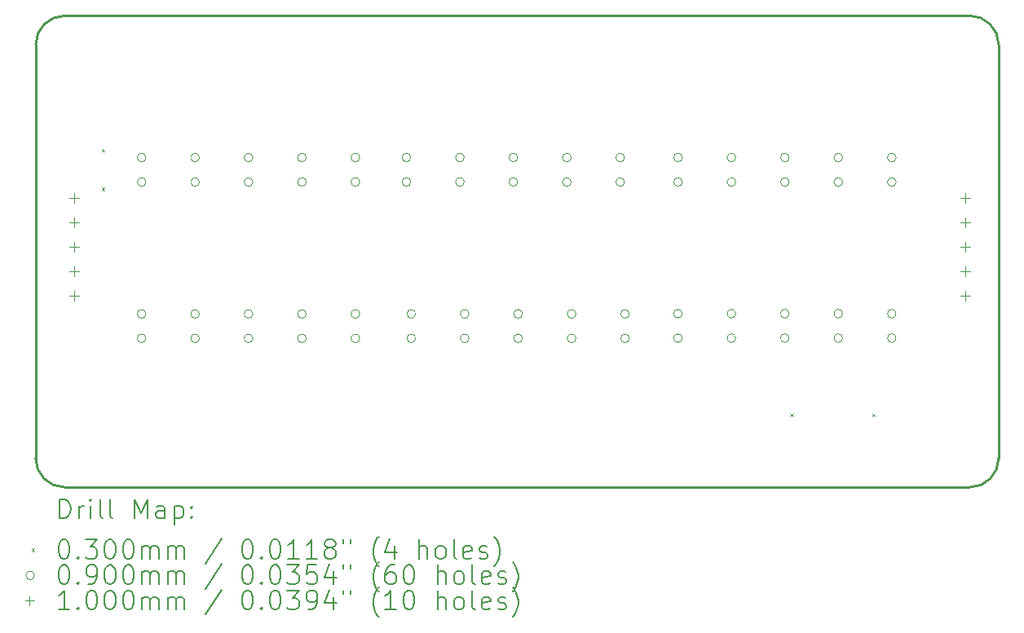
<source format=gbr>
%TF.GenerationSoftware,KiCad,Pcbnew,8.0.4*%
%TF.CreationDate,2024-08-11T22:46:47+02:00*%
%TF.ProjectId,global_vu,676c6f62-616c-45f7-9675-2e6b69636164,rev?*%
%TF.SameCoordinates,PX7b80360PY5a1f4a0*%
%TF.FileFunction,Drillmap*%
%TF.FilePolarity,Positive*%
%FSLAX45Y45*%
G04 Gerber Fmt 4.5, Leading zero omitted, Abs format (unit mm)*
G04 Created by KiCad (PCBNEW 8.0.4) date 2024-08-11 22:46:47*
%MOMM*%
%LPD*%
G01*
G04 APERTURE LIST*
%ADD10C,0.250000*%
%ADD11C,0.200000*%
%ADD12C,0.100000*%
G04 APERTURE END LIST*
D10*
X-10000000Y4600000D02*
G75*
G02*
X-9700000Y4900000I300000J0D01*
G01*
X0Y4600000D02*
X0Y300000D01*
X-9700000Y4900000D02*
X-300000Y4900000D01*
X-10000000Y300000D02*
X-10000000Y4600000D01*
X0Y300000D02*
G75*
G02*
X-300000Y0I-300000J0D01*
G01*
X-300000Y4900000D02*
G75*
G02*
X0Y4600000I0J-300000D01*
G01*
X-300000Y0D02*
X-9700000Y0D01*
X-9700000Y0D02*
G75*
G02*
X-10000000Y300000I0J300000D01*
G01*
D11*
D12*
X-9315000Y3515000D02*
X-9285000Y3485000D01*
X-9285000Y3515000D02*
X-9315000Y3485000D01*
X-9315000Y3115000D02*
X-9285000Y3085000D01*
X-9285000Y3115000D02*
X-9315000Y3085000D01*
X-2165000Y765000D02*
X-2135000Y735000D01*
X-2135000Y765000D02*
X-2165000Y735000D01*
X-1315000Y765000D02*
X-1285000Y735000D01*
X-1285000Y765000D02*
X-1315000Y735000D01*
X-8855000Y3426500D02*
G75*
G02*
X-8945000Y3426500I-45000J0D01*
G01*
X-8945000Y3426500D02*
G75*
G02*
X-8855000Y3426500I45000J0D01*
G01*
X-8855000Y3172500D02*
G75*
G02*
X-8945000Y3172500I-45000J0D01*
G01*
X-8945000Y3172500D02*
G75*
G02*
X-8855000Y3172500I45000J0D01*
G01*
X-8855000Y1801500D02*
G75*
G02*
X-8945000Y1801500I-45000J0D01*
G01*
X-8945000Y1801500D02*
G75*
G02*
X-8855000Y1801500I45000J0D01*
G01*
X-8855000Y1547500D02*
G75*
G02*
X-8945000Y1547500I-45000J0D01*
G01*
X-8945000Y1547500D02*
G75*
G02*
X-8855000Y1547500I45000J0D01*
G01*
X-8300000Y3426500D02*
G75*
G02*
X-8390000Y3426500I-45000J0D01*
G01*
X-8390000Y3426500D02*
G75*
G02*
X-8300000Y3426500I45000J0D01*
G01*
X-8300000Y3172500D02*
G75*
G02*
X-8390000Y3172500I-45000J0D01*
G01*
X-8390000Y3172500D02*
G75*
G02*
X-8300000Y3172500I45000J0D01*
G01*
X-8300000Y1801500D02*
G75*
G02*
X-8390000Y1801500I-45000J0D01*
G01*
X-8390000Y1801500D02*
G75*
G02*
X-8300000Y1801500I45000J0D01*
G01*
X-8300000Y1547500D02*
G75*
G02*
X-8390000Y1547500I-45000J0D01*
G01*
X-8390000Y1547500D02*
G75*
G02*
X-8300000Y1547500I45000J0D01*
G01*
X-7745000Y3426500D02*
G75*
G02*
X-7835000Y3426500I-45000J0D01*
G01*
X-7835000Y3426500D02*
G75*
G02*
X-7745000Y3426500I45000J0D01*
G01*
X-7745000Y3172500D02*
G75*
G02*
X-7835000Y3172500I-45000J0D01*
G01*
X-7835000Y3172500D02*
G75*
G02*
X-7745000Y3172500I45000J0D01*
G01*
X-7745000Y1801500D02*
G75*
G02*
X-7835000Y1801500I-45000J0D01*
G01*
X-7835000Y1801500D02*
G75*
G02*
X-7745000Y1801500I45000J0D01*
G01*
X-7745000Y1547500D02*
G75*
G02*
X-7835000Y1547500I-45000J0D01*
G01*
X-7835000Y1547500D02*
G75*
G02*
X-7745000Y1547500I45000J0D01*
G01*
X-7190000Y3426500D02*
G75*
G02*
X-7280000Y3426500I-45000J0D01*
G01*
X-7280000Y3426500D02*
G75*
G02*
X-7190000Y3426500I45000J0D01*
G01*
X-7190000Y3172500D02*
G75*
G02*
X-7280000Y3172500I-45000J0D01*
G01*
X-7280000Y3172500D02*
G75*
G02*
X-7190000Y3172500I45000J0D01*
G01*
X-7190000Y1801500D02*
G75*
G02*
X-7280000Y1801500I-45000J0D01*
G01*
X-7280000Y1801500D02*
G75*
G02*
X-7190000Y1801500I45000J0D01*
G01*
X-7190000Y1547500D02*
G75*
G02*
X-7280000Y1547500I-45000J0D01*
G01*
X-7280000Y1547500D02*
G75*
G02*
X-7190000Y1547500I45000J0D01*
G01*
X-6635000Y3426500D02*
G75*
G02*
X-6725000Y3426500I-45000J0D01*
G01*
X-6725000Y3426500D02*
G75*
G02*
X-6635000Y3426500I45000J0D01*
G01*
X-6635000Y3172500D02*
G75*
G02*
X-6725000Y3172500I-45000J0D01*
G01*
X-6725000Y3172500D02*
G75*
G02*
X-6635000Y3172500I45000J0D01*
G01*
X-6635000Y1801500D02*
G75*
G02*
X-6725000Y1801500I-45000J0D01*
G01*
X-6725000Y1801500D02*
G75*
G02*
X-6635000Y1801500I45000J0D01*
G01*
X-6635000Y1547500D02*
G75*
G02*
X-6725000Y1547500I-45000J0D01*
G01*
X-6725000Y1547500D02*
G75*
G02*
X-6635000Y1547500I45000J0D01*
G01*
X-6105000Y3426500D02*
G75*
G02*
X-6195000Y3426500I-45000J0D01*
G01*
X-6195000Y3426500D02*
G75*
G02*
X-6105000Y3426500I45000J0D01*
G01*
X-6105000Y3172500D02*
G75*
G02*
X-6195000Y3172500I-45000J0D01*
G01*
X-6195000Y3172500D02*
G75*
G02*
X-6105000Y3172500I45000J0D01*
G01*
X-6055000Y1801500D02*
G75*
G02*
X-6145000Y1801500I-45000J0D01*
G01*
X-6145000Y1801500D02*
G75*
G02*
X-6055000Y1801500I45000J0D01*
G01*
X-6055000Y1547500D02*
G75*
G02*
X-6145000Y1547500I-45000J0D01*
G01*
X-6145000Y1547500D02*
G75*
G02*
X-6055000Y1547500I45000J0D01*
G01*
X-5550000Y3426500D02*
G75*
G02*
X-5640000Y3426500I-45000J0D01*
G01*
X-5640000Y3426500D02*
G75*
G02*
X-5550000Y3426500I45000J0D01*
G01*
X-5550000Y3172500D02*
G75*
G02*
X-5640000Y3172500I-45000J0D01*
G01*
X-5640000Y3172500D02*
G75*
G02*
X-5550000Y3172500I45000J0D01*
G01*
X-5500000Y1801500D02*
G75*
G02*
X-5590000Y1801500I-45000J0D01*
G01*
X-5590000Y1801500D02*
G75*
G02*
X-5500000Y1801500I45000J0D01*
G01*
X-5500000Y1547500D02*
G75*
G02*
X-5590000Y1547500I-45000J0D01*
G01*
X-5590000Y1547500D02*
G75*
G02*
X-5500000Y1547500I45000J0D01*
G01*
X-4995000Y3426500D02*
G75*
G02*
X-5085000Y3426500I-45000J0D01*
G01*
X-5085000Y3426500D02*
G75*
G02*
X-4995000Y3426500I45000J0D01*
G01*
X-4995000Y3172500D02*
G75*
G02*
X-5085000Y3172500I-45000J0D01*
G01*
X-5085000Y3172500D02*
G75*
G02*
X-4995000Y3172500I45000J0D01*
G01*
X-4945000Y1801500D02*
G75*
G02*
X-5035000Y1801500I-45000J0D01*
G01*
X-5035000Y1801500D02*
G75*
G02*
X-4945000Y1801500I45000J0D01*
G01*
X-4945000Y1547500D02*
G75*
G02*
X-5035000Y1547500I-45000J0D01*
G01*
X-5035000Y1547500D02*
G75*
G02*
X-4945000Y1547500I45000J0D01*
G01*
X-4440000Y3426500D02*
G75*
G02*
X-4530000Y3426500I-45000J0D01*
G01*
X-4530000Y3426500D02*
G75*
G02*
X-4440000Y3426500I45000J0D01*
G01*
X-4440000Y3172500D02*
G75*
G02*
X-4530000Y3172500I-45000J0D01*
G01*
X-4530000Y3172500D02*
G75*
G02*
X-4440000Y3172500I45000J0D01*
G01*
X-4390000Y1801500D02*
G75*
G02*
X-4480000Y1801500I-45000J0D01*
G01*
X-4480000Y1801500D02*
G75*
G02*
X-4390000Y1801500I45000J0D01*
G01*
X-4390000Y1547500D02*
G75*
G02*
X-4480000Y1547500I-45000J0D01*
G01*
X-4480000Y1547500D02*
G75*
G02*
X-4390000Y1547500I45000J0D01*
G01*
X-3885000Y3426500D02*
G75*
G02*
X-3975000Y3426500I-45000J0D01*
G01*
X-3975000Y3426500D02*
G75*
G02*
X-3885000Y3426500I45000J0D01*
G01*
X-3885000Y3172500D02*
G75*
G02*
X-3975000Y3172500I-45000J0D01*
G01*
X-3975000Y3172500D02*
G75*
G02*
X-3885000Y3172500I45000J0D01*
G01*
X-3835000Y1801500D02*
G75*
G02*
X-3925000Y1801500I-45000J0D01*
G01*
X-3925000Y1801500D02*
G75*
G02*
X-3835000Y1801500I45000J0D01*
G01*
X-3835000Y1547500D02*
G75*
G02*
X-3925000Y1547500I-45000J0D01*
G01*
X-3925000Y1547500D02*
G75*
G02*
X-3835000Y1547500I45000J0D01*
G01*
X-3285000Y3426500D02*
G75*
G02*
X-3375000Y3426500I-45000J0D01*
G01*
X-3375000Y3426500D02*
G75*
G02*
X-3285000Y3426500I45000J0D01*
G01*
X-3285000Y3172500D02*
G75*
G02*
X-3375000Y3172500I-45000J0D01*
G01*
X-3375000Y3172500D02*
G75*
G02*
X-3285000Y3172500I45000J0D01*
G01*
X-3285000Y1804000D02*
G75*
G02*
X-3375000Y1804000I-45000J0D01*
G01*
X-3375000Y1804000D02*
G75*
G02*
X-3285000Y1804000I45000J0D01*
G01*
X-3285000Y1550000D02*
G75*
G02*
X-3375000Y1550000I-45000J0D01*
G01*
X-3375000Y1550000D02*
G75*
G02*
X-3285000Y1550000I45000J0D01*
G01*
X-2730000Y3426500D02*
G75*
G02*
X-2820000Y3426500I-45000J0D01*
G01*
X-2820000Y3426500D02*
G75*
G02*
X-2730000Y3426500I45000J0D01*
G01*
X-2730000Y3172500D02*
G75*
G02*
X-2820000Y3172500I-45000J0D01*
G01*
X-2820000Y3172500D02*
G75*
G02*
X-2730000Y3172500I45000J0D01*
G01*
X-2730000Y1804000D02*
G75*
G02*
X-2820000Y1804000I-45000J0D01*
G01*
X-2820000Y1804000D02*
G75*
G02*
X-2730000Y1804000I45000J0D01*
G01*
X-2730000Y1550000D02*
G75*
G02*
X-2820000Y1550000I-45000J0D01*
G01*
X-2820000Y1550000D02*
G75*
G02*
X-2730000Y1550000I45000J0D01*
G01*
X-2175000Y3426500D02*
G75*
G02*
X-2265000Y3426500I-45000J0D01*
G01*
X-2265000Y3426500D02*
G75*
G02*
X-2175000Y3426500I45000J0D01*
G01*
X-2175000Y3172500D02*
G75*
G02*
X-2265000Y3172500I-45000J0D01*
G01*
X-2265000Y3172500D02*
G75*
G02*
X-2175000Y3172500I45000J0D01*
G01*
X-2175000Y1804000D02*
G75*
G02*
X-2265000Y1804000I-45000J0D01*
G01*
X-2265000Y1804000D02*
G75*
G02*
X-2175000Y1804000I45000J0D01*
G01*
X-2175000Y1550000D02*
G75*
G02*
X-2265000Y1550000I-45000J0D01*
G01*
X-2265000Y1550000D02*
G75*
G02*
X-2175000Y1550000I45000J0D01*
G01*
X-1620000Y3426500D02*
G75*
G02*
X-1710000Y3426500I-45000J0D01*
G01*
X-1710000Y3426500D02*
G75*
G02*
X-1620000Y3426500I45000J0D01*
G01*
X-1620000Y3172500D02*
G75*
G02*
X-1710000Y3172500I-45000J0D01*
G01*
X-1710000Y3172500D02*
G75*
G02*
X-1620000Y3172500I45000J0D01*
G01*
X-1620000Y1804000D02*
G75*
G02*
X-1710000Y1804000I-45000J0D01*
G01*
X-1710000Y1804000D02*
G75*
G02*
X-1620000Y1804000I45000J0D01*
G01*
X-1620000Y1550000D02*
G75*
G02*
X-1710000Y1550000I-45000J0D01*
G01*
X-1710000Y1550000D02*
G75*
G02*
X-1620000Y1550000I45000J0D01*
G01*
X-1065000Y3426500D02*
G75*
G02*
X-1155000Y3426500I-45000J0D01*
G01*
X-1155000Y3426500D02*
G75*
G02*
X-1065000Y3426500I45000J0D01*
G01*
X-1065000Y3172500D02*
G75*
G02*
X-1155000Y3172500I-45000J0D01*
G01*
X-1155000Y3172500D02*
G75*
G02*
X-1065000Y3172500I45000J0D01*
G01*
X-1065000Y1804000D02*
G75*
G02*
X-1155000Y1804000I-45000J0D01*
G01*
X-1155000Y1804000D02*
G75*
G02*
X-1065000Y1804000I45000J0D01*
G01*
X-1065000Y1550000D02*
G75*
G02*
X-1155000Y1550000I-45000J0D01*
G01*
X-1155000Y1550000D02*
G75*
G02*
X-1065000Y1550000I45000J0D01*
G01*
X-9597500Y3055000D02*
X-9597500Y2955000D01*
X-9647500Y3005000D02*
X-9547500Y3005000D01*
X-9597500Y2801000D02*
X-9597500Y2701000D01*
X-9647500Y2751000D02*
X-9547500Y2751000D01*
X-9597500Y2547000D02*
X-9597500Y2447000D01*
X-9647500Y2497000D02*
X-9547500Y2497000D01*
X-9597500Y2293000D02*
X-9597500Y2193000D01*
X-9647500Y2243000D02*
X-9547500Y2243000D01*
X-9597500Y2039000D02*
X-9597500Y1939000D01*
X-9647500Y1989000D02*
X-9547500Y1989000D01*
X-347500Y3055000D02*
X-347500Y2955000D01*
X-397500Y3005000D02*
X-297500Y3005000D01*
X-347500Y2801000D02*
X-347500Y2701000D01*
X-397500Y2751000D02*
X-297500Y2751000D01*
X-347500Y2547000D02*
X-347500Y2447000D01*
X-397500Y2497000D02*
X-297500Y2497000D01*
X-347500Y2293000D02*
X-347500Y2193000D01*
X-397500Y2243000D02*
X-297500Y2243000D01*
X-347500Y2039000D02*
X-347500Y1939000D01*
X-397500Y1989000D02*
X-297500Y1989000D01*
D11*
X-9751723Y-323984D02*
X-9751723Y-123984D01*
X-9751723Y-123984D02*
X-9704104Y-123984D01*
X-9704104Y-123984D02*
X-9675533Y-133508D01*
X-9675533Y-133508D02*
X-9656485Y-152555D01*
X-9656485Y-152555D02*
X-9646961Y-171603D01*
X-9646961Y-171603D02*
X-9637438Y-209698D01*
X-9637438Y-209698D02*
X-9637438Y-238270D01*
X-9637438Y-238270D02*
X-9646961Y-276365D01*
X-9646961Y-276365D02*
X-9656485Y-295412D01*
X-9656485Y-295412D02*
X-9675533Y-314460D01*
X-9675533Y-314460D02*
X-9704104Y-323984D01*
X-9704104Y-323984D02*
X-9751723Y-323984D01*
X-9551723Y-323984D02*
X-9551723Y-190650D01*
X-9551723Y-228746D02*
X-9542199Y-209698D01*
X-9542199Y-209698D02*
X-9532676Y-200174D01*
X-9532676Y-200174D02*
X-9513628Y-190650D01*
X-9513628Y-190650D02*
X-9494580Y-190650D01*
X-9427914Y-323984D02*
X-9427914Y-190650D01*
X-9427914Y-123984D02*
X-9437438Y-133508D01*
X-9437438Y-133508D02*
X-9427914Y-143032D01*
X-9427914Y-143032D02*
X-9418390Y-133508D01*
X-9418390Y-133508D02*
X-9427914Y-123984D01*
X-9427914Y-123984D02*
X-9427914Y-143032D01*
X-9304104Y-323984D02*
X-9323152Y-314460D01*
X-9323152Y-314460D02*
X-9332676Y-295412D01*
X-9332676Y-295412D02*
X-9332676Y-123984D01*
X-9199342Y-323984D02*
X-9218390Y-314460D01*
X-9218390Y-314460D02*
X-9227914Y-295412D01*
X-9227914Y-295412D02*
X-9227914Y-123984D01*
X-8970771Y-323984D02*
X-8970771Y-123984D01*
X-8970771Y-123984D02*
X-8904104Y-266841D01*
X-8904104Y-266841D02*
X-8837438Y-123984D01*
X-8837438Y-123984D02*
X-8837438Y-323984D01*
X-8656485Y-323984D02*
X-8656485Y-219222D01*
X-8656485Y-219222D02*
X-8666009Y-200174D01*
X-8666009Y-200174D02*
X-8685057Y-190650D01*
X-8685057Y-190650D02*
X-8723152Y-190650D01*
X-8723152Y-190650D02*
X-8742199Y-200174D01*
X-8656485Y-314460D02*
X-8675533Y-323984D01*
X-8675533Y-323984D02*
X-8723152Y-323984D01*
X-8723152Y-323984D02*
X-8742199Y-314460D01*
X-8742199Y-314460D02*
X-8751723Y-295412D01*
X-8751723Y-295412D02*
X-8751723Y-276365D01*
X-8751723Y-276365D02*
X-8742199Y-257317D01*
X-8742199Y-257317D02*
X-8723152Y-247793D01*
X-8723152Y-247793D02*
X-8675533Y-247793D01*
X-8675533Y-247793D02*
X-8656485Y-238270D01*
X-8561247Y-190650D02*
X-8561247Y-390650D01*
X-8561247Y-200174D02*
X-8542199Y-190650D01*
X-8542199Y-190650D02*
X-8504104Y-190650D01*
X-8504104Y-190650D02*
X-8485057Y-200174D01*
X-8485057Y-200174D02*
X-8475533Y-209698D01*
X-8475533Y-209698D02*
X-8466009Y-228746D01*
X-8466009Y-228746D02*
X-8466009Y-285889D01*
X-8466009Y-285889D02*
X-8475533Y-304936D01*
X-8475533Y-304936D02*
X-8485057Y-314460D01*
X-8485057Y-314460D02*
X-8504104Y-323984D01*
X-8504104Y-323984D02*
X-8542199Y-323984D01*
X-8542199Y-323984D02*
X-8561247Y-314460D01*
X-8380295Y-304936D02*
X-8370771Y-314460D01*
X-8370771Y-314460D02*
X-8380295Y-323984D01*
X-8380295Y-323984D02*
X-8389818Y-314460D01*
X-8389818Y-314460D02*
X-8380295Y-304936D01*
X-8380295Y-304936D02*
X-8380295Y-323984D01*
X-8380295Y-200174D02*
X-8370771Y-209698D01*
X-8370771Y-209698D02*
X-8380295Y-219222D01*
X-8380295Y-219222D02*
X-8389818Y-209698D01*
X-8389818Y-209698D02*
X-8380295Y-200174D01*
X-8380295Y-200174D02*
X-8380295Y-219222D01*
D12*
X-10042500Y-637500D02*
X-10012500Y-667500D01*
X-10012500Y-637500D02*
X-10042500Y-667500D01*
D11*
X-9713628Y-543984D02*
X-9694580Y-543984D01*
X-9694580Y-543984D02*
X-9675533Y-553508D01*
X-9675533Y-553508D02*
X-9666009Y-563032D01*
X-9666009Y-563032D02*
X-9656485Y-582079D01*
X-9656485Y-582079D02*
X-9646961Y-620174D01*
X-9646961Y-620174D02*
X-9646961Y-667793D01*
X-9646961Y-667793D02*
X-9656485Y-705889D01*
X-9656485Y-705889D02*
X-9666009Y-724936D01*
X-9666009Y-724936D02*
X-9675533Y-734460D01*
X-9675533Y-734460D02*
X-9694580Y-743984D01*
X-9694580Y-743984D02*
X-9713628Y-743984D01*
X-9713628Y-743984D02*
X-9732676Y-734460D01*
X-9732676Y-734460D02*
X-9742199Y-724936D01*
X-9742199Y-724936D02*
X-9751723Y-705889D01*
X-9751723Y-705889D02*
X-9761247Y-667793D01*
X-9761247Y-667793D02*
X-9761247Y-620174D01*
X-9761247Y-620174D02*
X-9751723Y-582079D01*
X-9751723Y-582079D02*
X-9742199Y-563032D01*
X-9742199Y-563032D02*
X-9732676Y-553508D01*
X-9732676Y-553508D02*
X-9713628Y-543984D01*
X-9561247Y-724936D02*
X-9551723Y-734460D01*
X-9551723Y-734460D02*
X-9561247Y-743984D01*
X-9561247Y-743984D02*
X-9570771Y-734460D01*
X-9570771Y-734460D02*
X-9561247Y-724936D01*
X-9561247Y-724936D02*
X-9561247Y-743984D01*
X-9485057Y-543984D02*
X-9361247Y-543984D01*
X-9361247Y-543984D02*
X-9427914Y-620174D01*
X-9427914Y-620174D02*
X-9399342Y-620174D01*
X-9399342Y-620174D02*
X-9380295Y-629698D01*
X-9380295Y-629698D02*
X-9370771Y-639222D01*
X-9370771Y-639222D02*
X-9361247Y-658270D01*
X-9361247Y-658270D02*
X-9361247Y-705889D01*
X-9361247Y-705889D02*
X-9370771Y-724936D01*
X-9370771Y-724936D02*
X-9380295Y-734460D01*
X-9380295Y-734460D02*
X-9399342Y-743984D01*
X-9399342Y-743984D02*
X-9456485Y-743984D01*
X-9456485Y-743984D02*
X-9475533Y-734460D01*
X-9475533Y-734460D02*
X-9485057Y-724936D01*
X-9237438Y-543984D02*
X-9218390Y-543984D01*
X-9218390Y-543984D02*
X-9199342Y-553508D01*
X-9199342Y-553508D02*
X-9189818Y-563032D01*
X-9189818Y-563032D02*
X-9180295Y-582079D01*
X-9180295Y-582079D02*
X-9170771Y-620174D01*
X-9170771Y-620174D02*
X-9170771Y-667793D01*
X-9170771Y-667793D02*
X-9180295Y-705889D01*
X-9180295Y-705889D02*
X-9189818Y-724936D01*
X-9189818Y-724936D02*
X-9199342Y-734460D01*
X-9199342Y-734460D02*
X-9218390Y-743984D01*
X-9218390Y-743984D02*
X-9237438Y-743984D01*
X-9237438Y-743984D02*
X-9256485Y-734460D01*
X-9256485Y-734460D02*
X-9266009Y-724936D01*
X-9266009Y-724936D02*
X-9275533Y-705889D01*
X-9275533Y-705889D02*
X-9285057Y-667793D01*
X-9285057Y-667793D02*
X-9285057Y-620174D01*
X-9285057Y-620174D02*
X-9275533Y-582079D01*
X-9275533Y-582079D02*
X-9266009Y-563032D01*
X-9266009Y-563032D02*
X-9256485Y-553508D01*
X-9256485Y-553508D02*
X-9237438Y-543984D01*
X-9046961Y-543984D02*
X-9027914Y-543984D01*
X-9027914Y-543984D02*
X-9008866Y-553508D01*
X-9008866Y-553508D02*
X-8999342Y-563032D01*
X-8999342Y-563032D02*
X-8989818Y-582079D01*
X-8989818Y-582079D02*
X-8980295Y-620174D01*
X-8980295Y-620174D02*
X-8980295Y-667793D01*
X-8980295Y-667793D02*
X-8989818Y-705889D01*
X-8989818Y-705889D02*
X-8999342Y-724936D01*
X-8999342Y-724936D02*
X-9008866Y-734460D01*
X-9008866Y-734460D02*
X-9027914Y-743984D01*
X-9027914Y-743984D02*
X-9046961Y-743984D01*
X-9046961Y-743984D02*
X-9066009Y-734460D01*
X-9066009Y-734460D02*
X-9075533Y-724936D01*
X-9075533Y-724936D02*
X-9085057Y-705889D01*
X-9085057Y-705889D02*
X-9094580Y-667793D01*
X-9094580Y-667793D02*
X-9094580Y-620174D01*
X-9094580Y-620174D02*
X-9085057Y-582079D01*
X-9085057Y-582079D02*
X-9075533Y-563032D01*
X-9075533Y-563032D02*
X-9066009Y-553508D01*
X-9066009Y-553508D02*
X-9046961Y-543984D01*
X-8894580Y-743984D02*
X-8894580Y-610651D01*
X-8894580Y-629698D02*
X-8885057Y-620174D01*
X-8885057Y-620174D02*
X-8866009Y-610651D01*
X-8866009Y-610651D02*
X-8837437Y-610651D01*
X-8837437Y-610651D02*
X-8818390Y-620174D01*
X-8818390Y-620174D02*
X-8808866Y-639222D01*
X-8808866Y-639222D02*
X-8808866Y-743984D01*
X-8808866Y-639222D02*
X-8799342Y-620174D01*
X-8799342Y-620174D02*
X-8780295Y-610651D01*
X-8780295Y-610651D02*
X-8751723Y-610651D01*
X-8751723Y-610651D02*
X-8732676Y-620174D01*
X-8732676Y-620174D02*
X-8723152Y-639222D01*
X-8723152Y-639222D02*
X-8723152Y-743984D01*
X-8627914Y-743984D02*
X-8627914Y-610651D01*
X-8627914Y-629698D02*
X-8618390Y-620174D01*
X-8618390Y-620174D02*
X-8599342Y-610651D01*
X-8599342Y-610651D02*
X-8570771Y-610651D01*
X-8570771Y-610651D02*
X-8551723Y-620174D01*
X-8551723Y-620174D02*
X-8542199Y-639222D01*
X-8542199Y-639222D02*
X-8542199Y-743984D01*
X-8542199Y-639222D02*
X-8532676Y-620174D01*
X-8532676Y-620174D02*
X-8513628Y-610651D01*
X-8513628Y-610651D02*
X-8485057Y-610651D01*
X-8485057Y-610651D02*
X-8466009Y-620174D01*
X-8466009Y-620174D02*
X-8456485Y-639222D01*
X-8456485Y-639222D02*
X-8456485Y-743984D01*
X-8066009Y-534460D02*
X-8237437Y-791603D01*
X-7808866Y-543984D02*
X-7789818Y-543984D01*
X-7789818Y-543984D02*
X-7770771Y-553508D01*
X-7770771Y-553508D02*
X-7761247Y-563032D01*
X-7761247Y-563032D02*
X-7751723Y-582079D01*
X-7751723Y-582079D02*
X-7742199Y-620174D01*
X-7742199Y-620174D02*
X-7742199Y-667793D01*
X-7742199Y-667793D02*
X-7751723Y-705889D01*
X-7751723Y-705889D02*
X-7761247Y-724936D01*
X-7761247Y-724936D02*
X-7770771Y-734460D01*
X-7770771Y-734460D02*
X-7789818Y-743984D01*
X-7789818Y-743984D02*
X-7808866Y-743984D01*
X-7808866Y-743984D02*
X-7827913Y-734460D01*
X-7827913Y-734460D02*
X-7837437Y-724936D01*
X-7837437Y-724936D02*
X-7846961Y-705889D01*
X-7846961Y-705889D02*
X-7856485Y-667793D01*
X-7856485Y-667793D02*
X-7856485Y-620174D01*
X-7856485Y-620174D02*
X-7846961Y-582079D01*
X-7846961Y-582079D02*
X-7837437Y-563032D01*
X-7837437Y-563032D02*
X-7827913Y-553508D01*
X-7827913Y-553508D02*
X-7808866Y-543984D01*
X-7656485Y-724936D02*
X-7646961Y-734460D01*
X-7646961Y-734460D02*
X-7656485Y-743984D01*
X-7656485Y-743984D02*
X-7666009Y-734460D01*
X-7666009Y-734460D02*
X-7656485Y-724936D01*
X-7656485Y-724936D02*
X-7656485Y-743984D01*
X-7523152Y-543984D02*
X-7504104Y-543984D01*
X-7504104Y-543984D02*
X-7485056Y-553508D01*
X-7485056Y-553508D02*
X-7475532Y-563032D01*
X-7475532Y-563032D02*
X-7466009Y-582079D01*
X-7466009Y-582079D02*
X-7456485Y-620174D01*
X-7456485Y-620174D02*
X-7456485Y-667793D01*
X-7456485Y-667793D02*
X-7466009Y-705889D01*
X-7466009Y-705889D02*
X-7475532Y-724936D01*
X-7475532Y-724936D02*
X-7485056Y-734460D01*
X-7485056Y-734460D02*
X-7504104Y-743984D01*
X-7504104Y-743984D02*
X-7523152Y-743984D01*
X-7523152Y-743984D02*
X-7542199Y-734460D01*
X-7542199Y-734460D02*
X-7551723Y-724936D01*
X-7551723Y-724936D02*
X-7561247Y-705889D01*
X-7561247Y-705889D02*
X-7570771Y-667793D01*
X-7570771Y-667793D02*
X-7570771Y-620174D01*
X-7570771Y-620174D02*
X-7561247Y-582079D01*
X-7561247Y-582079D02*
X-7551723Y-563032D01*
X-7551723Y-563032D02*
X-7542199Y-553508D01*
X-7542199Y-553508D02*
X-7523152Y-543984D01*
X-7266009Y-743984D02*
X-7380294Y-743984D01*
X-7323152Y-743984D02*
X-7323152Y-543984D01*
X-7323152Y-543984D02*
X-7342199Y-572555D01*
X-7342199Y-572555D02*
X-7361247Y-591603D01*
X-7361247Y-591603D02*
X-7380294Y-601127D01*
X-7075532Y-743984D02*
X-7189818Y-743984D01*
X-7132675Y-743984D02*
X-7132675Y-543984D01*
X-7132675Y-543984D02*
X-7151723Y-572555D01*
X-7151723Y-572555D02*
X-7170771Y-591603D01*
X-7170771Y-591603D02*
X-7189818Y-601127D01*
X-6961247Y-629698D02*
X-6980294Y-620174D01*
X-6980294Y-620174D02*
X-6989818Y-610651D01*
X-6989818Y-610651D02*
X-6999342Y-591603D01*
X-6999342Y-591603D02*
X-6999342Y-582079D01*
X-6999342Y-582079D02*
X-6989818Y-563032D01*
X-6989818Y-563032D02*
X-6980294Y-553508D01*
X-6980294Y-553508D02*
X-6961247Y-543984D01*
X-6961247Y-543984D02*
X-6923151Y-543984D01*
X-6923151Y-543984D02*
X-6904104Y-553508D01*
X-6904104Y-553508D02*
X-6894580Y-563032D01*
X-6894580Y-563032D02*
X-6885056Y-582079D01*
X-6885056Y-582079D02*
X-6885056Y-591603D01*
X-6885056Y-591603D02*
X-6894580Y-610651D01*
X-6894580Y-610651D02*
X-6904104Y-620174D01*
X-6904104Y-620174D02*
X-6923151Y-629698D01*
X-6923151Y-629698D02*
X-6961247Y-629698D01*
X-6961247Y-629698D02*
X-6980294Y-639222D01*
X-6980294Y-639222D02*
X-6989818Y-648746D01*
X-6989818Y-648746D02*
X-6999342Y-667793D01*
X-6999342Y-667793D02*
X-6999342Y-705889D01*
X-6999342Y-705889D02*
X-6989818Y-724936D01*
X-6989818Y-724936D02*
X-6980294Y-734460D01*
X-6980294Y-734460D02*
X-6961247Y-743984D01*
X-6961247Y-743984D02*
X-6923151Y-743984D01*
X-6923151Y-743984D02*
X-6904104Y-734460D01*
X-6904104Y-734460D02*
X-6894580Y-724936D01*
X-6894580Y-724936D02*
X-6885056Y-705889D01*
X-6885056Y-705889D02*
X-6885056Y-667793D01*
X-6885056Y-667793D02*
X-6894580Y-648746D01*
X-6894580Y-648746D02*
X-6904104Y-639222D01*
X-6904104Y-639222D02*
X-6923151Y-629698D01*
X-6808866Y-543984D02*
X-6808866Y-582079D01*
X-6732675Y-543984D02*
X-6732675Y-582079D01*
X-6437437Y-820174D02*
X-6446961Y-810650D01*
X-6446961Y-810650D02*
X-6466009Y-782079D01*
X-6466009Y-782079D02*
X-6475532Y-763031D01*
X-6475532Y-763031D02*
X-6485056Y-734460D01*
X-6485056Y-734460D02*
X-6494580Y-686841D01*
X-6494580Y-686841D02*
X-6494580Y-648746D01*
X-6494580Y-648746D02*
X-6485056Y-601127D01*
X-6485056Y-601127D02*
X-6475532Y-572555D01*
X-6475532Y-572555D02*
X-6466009Y-553508D01*
X-6466009Y-553508D02*
X-6446961Y-524936D01*
X-6446961Y-524936D02*
X-6437437Y-515412D01*
X-6275532Y-610651D02*
X-6275532Y-743984D01*
X-6323151Y-534460D02*
X-6370770Y-677317D01*
X-6370770Y-677317D02*
X-6246961Y-677317D01*
X-6018389Y-743984D02*
X-6018389Y-543984D01*
X-5932675Y-743984D02*
X-5932675Y-639222D01*
X-5932675Y-639222D02*
X-5942199Y-620174D01*
X-5942199Y-620174D02*
X-5961247Y-610651D01*
X-5961247Y-610651D02*
X-5989818Y-610651D01*
X-5989818Y-610651D02*
X-6008866Y-620174D01*
X-6008866Y-620174D02*
X-6018389Y-629698D01*
X-5808866Y-743984D02*
X-5827913Y-734460D01*
X-5827913Y-734460D02*
X-5837437Y-724936D01*
X-5837437Y-724936D02*
X-5846961Y-705889D01*
X-5846961Y-705889D02*
X-5846961Y-648746D01*
X-5846961Y-648746D02*
X-5837437Y-629698D01*
X-5837437Y-629698D02*
X-5827913Y-620174D01*
X-5827913Y-620174D02*
X-5808866Y-610651D01*
X-5808866Y-610651D02*
X-5780294Y-610651D01*
X-5780294Y-610651D02*
X-5761247Y-620174D01*
X-5761247Y-620174D02*
X-5751723Y-629698D01*
X-5751723Y-629698D02*
X-5742199Y-648746D01*
X-5742199Y-648746D02*
X-5742199Y-705889D01*
X-5742199Y-705889D02*
X-5751723Y-724936D01*
X-5751723Y-724936D02*
X-5761247Y-734460D01*
X-5761247Y-734460D02*
X-5780294Y-743984D01*
X-5780294Y-743984D02*
X-5808866Y-743984D01*
X-5627913Y-743984D02*
X-5646961Y-734460D01*
X-5646961Y-734460D02*
X-5656485Y-715412D01*
X-5656485Y-715412D02*
X-5656485Y-543984D01*
X-5475532Y-734460D02*
X-5494580Y-743984D01*
X-5494580Y-743984D02*
X-5532675Y-743984D01*
X-5532675Y-743984D02*
X-5551723Y-734460D01*
X-5551723Y-734460D02*
X-5561247Y-715412D01*
X-5561247Y-715412D02*
X-5561247Y-639222D01*
X-5561247Y-639222D02*
X-5551723Y-620174D01*
X-5551723Y-620174D02*
X-5532675Y-610651D01*
X-5532675Y-610651D02*
X-5494580Y-610651D01*
X-5494580Y-610651D02*
X-5475532Y-620174D01*
X-5475532Y-620174D02*
X-5466009Y-639222D01*
X-5466009Y-639222D02*
X-5466009Y-658270D01*
X-5466009Y-658270D02*
X-5561247Y-677317D01*
X-5389818Y-734460D02*
X-5370770Y-743984D01*
X-5370770Y-743984D02*
X-5332675Y-743984D01*
X-5332675Y-743984D02*
X-5313628Y-734460D01*
X-5313628Y-734460D02*
X-5304104Y-715412D01*
X-5304104Y-715412D02*
X-5304104Y-705889D01*
X-5304104Y-705889D02*
X-5313628Y-686841D01*
X-5313628Y-686841D02*
X-5332675Y-677317D01*
X-5332675Y-677317D02*
X-5361247Y-677317D01*
X-5361247Y-677317D02*
X-5380294Y-667793D01*
X-5380294Y-667793D02*
X-5389818Y-648746D01*
X-5389818Y-648746D02*
X-5389818Y-639222D01*
X-5389818Y-639222D02*
X-5380294Y-620174D01*
X-5380294Y-620174D02*
X-5361247Y-610651D01*
X-5361247Y-610651D02*
X-5332675Y-610651D01*
X-5332675Y-610651D02*
X-5313628Y-620174D01*
X-5237437Y-820174D02*
X-5227913Y-810650D01*
X-5227913Y-810650D02*
X-5208866Y-782079D01*
X-5208866Y-782079D02*
X-5199342Y-763031D01*
X-5199342Y-763031D02*
X-5189818Y-734460D01*
X-5189818Y-734460D02*
X-5180294Y-686841D01*
X-5180294Y-686841D02*
X-5180294Y-648746D01*
X-5180294Y-648746D02*
X-5189818Y-601127D01*
X-5189818Y-601127D02*
X-5199342Y-572555D01*
X-5199342Y-572555D02*
X-5208866Y-553508D01*
X-5208866Y-553508D02*
X-5227913Y-524936D01*
X-5227913Y-524936D02*
X-5237437Y-515412D01*
D12*
X-10012500Y-916500D02*
G75*
G02*
X-10102500Y-916500I-45000J0D01*
G01*
X-10102500Y-916500D02*
G75*
G02*
X-10012500Y-916500I45000J0D01*
G01*
D11*
X-9713628Y-807984D02*
X-9694580Y-807984D01*
X-9694580Y-807984D02*
X-9675533Y-817508D01*
X-9675533Y-817508D02*
X-9666009Y-827031D01*
X-9666009Y-827031D02*
X-9656485Y-846079D01*
X-9656485Y-846079D02*
X-9646961Y-884174D01*
X-9646961Y-884174D02*
X-9646961Y-931793D01*
X-9646961Y-931793D02*
X-9656485Y-969889D01*
X-9656485Y-969889D02*
X-9666009Y-988936D01*
X-9666009Y-988936D02*
X-9675533Y-998460D01*
X-9675533Y-998460D02*
X-9694580Y-1007984D01*
X-9694580Y-1007984D02*
X-9713628Y-1007984D01*
X-9713628Y-1007984D02*
X-9732676Y-998460D01*
X-9732676Y-998460D02*
X-9742199Y-988936D01*
X-9742199Y-988936D02*
X-9751723Y-969889D01*
X-9751723Y-969889D02*
X-9761247Y-931793D01*
X-9761247Y-931793D02*
X-9761247Y-884174D01*
X-9761247Y-884174D02*
X-9751723Y-846079D01*
X-9751723Y-846079D02*
X-9742199Y-827031D01*
X-9742199Y-827031D02*
X-9732676Y-817508D01*
X-9732676Y-817508D02*
X-9713628Y-807984D01*
X-9561247Y-988936D02*
X-9551723Y-998460D01*
X-9551723Y-998460D02*
X-9561247Y-1007984D01*
X-9561247Y-1007984D02*
X-9570771Y-998460D01*
X-9570771Y-998460D02*
X-9561247Y-988936D01*
X-9561247Y-988936D02*
X-9561247Y-1007984D01*
X-9456485Y-1007984D02*
X-9418390Y-1007984D01*
X-9418390Y-1007984D02*
X-9399342Y-998460D01*
X-9399342Y-998460D02*
X-9389818Y-988936D01*
X-9389818Y-988936D02*
X-9370771Y-960365D01*
X-9370771Y-960365D02*
X-9361247Y-922270D01*
X-9361247Y-922270D02*
X-9361247Y-846079D01*
X-9361247Y-846079D02*
X-9370771Y-827031D01*
X-9370771Y-827031D02*
X-9380295Y-817508D01*
X-9380295Y-817508D02*
X-9399342Y-807984D01*
X-9399342Y-807984D02*
X-9437438Y-807984D01*
X-9437438Y-807984D02*
X-9456485Y-817508D01*
X-9456485Y-817508D02*
X-9466009Y-827031D01*
X-9466009Y-827031D02*
X-9475533Y-846079D01*
X-9475533Y-846079D02*
X-9475533Y-893698D01*
X-9475533Y-893698D02*
X-9466009Y-912746D01*
X-9466009Y-912746D02*
X-9456485Y-922270D01*
X-9456485Y-922270D02*
X-9437438Y-931793D01*
X-9437438Y-931793D02*
X-9399342Y-931793D01*
X-9399342Y-931793D02*
X-9380295Y-922270D01*
X-9380295Y-922270D02*
X-9370771Y-912746D01*
X-9370771Y-912746D02*
X-9361247Y-893698D01*
X-9237438Y-807984D02*
X-9218390Y-807984D01*
X-9218390Y-807984D02*
X-9199342Y-817508D01*
X-9199342Y-817508D02*
X-9189818Y-827031D01*
X-9189818Y-827031D02*
X-9180295Y-846079D01*
X-9180295Y-846079D02*
X-9170771Y-884174D01*
X-9170771Y-884174D02*
X-9170771Y-931793D01*
X-9170771Y-931793D02*
X-9180295Y-969889D01*
X-9180295Y-969889D02*
X-9189818Y-988936D01*
X-9189818Y-988936D02*
X-9199342Y-998460D01*
X-9199342Y-998460D02*
X-9218390Y-1007984D01*
X-9218390Y-1007984D02*
X-9237438Y-1007984D01*
X-9237438Y-1007984D02*
X-9256485Y-998460D01*
X-9256485Y-998460D02*
X-9266009Y-988936D01*
X-9266009Y-988936D02*
X-9275533Y-969889D01*
X-9275533Y-969889D02*
X-9285057Y-931793D01*
X-9285057Y-931793D02*
X-9285057Y-884174D01*
X-9285057Y-884174D02*
X-9275533Y-846079D01*
X-9275533Y-846079D02*
X-9266009Y-827031D01*
X-9266009Y-827031D02*
X-9256485Y-817508D01*
X-9256485Y-817508D02*
X-9237438Y-807984D01*
X-9046961Y-807984D02*
X-9027914Y-807984D01*
X-9027914Y-807984D02*
X-9008866Y-817508D01*
X-9008866Y-817508D02*
X-8999342Y-827031D01*
X-8999342Y-827031D02*
X-8989818Y-846079D01*
X-8989818Y-846079D02*
X-8980295Y-884174D01*
X-8980295Y-884174D02*
X-8980295Y-931793D01*
X-8980295Y-931793D02*
X-8989818Y-969889D01*
X-8989818Y-969889D02*
X-8999342Y-988936D01*
X-8999342Y-988936D02*
X-9008866Y-998460D01*
X-9008866Y-998460D02*
X-9027914Y-1007984D01*
X-9027914Y-1007984D02*
X-9046961Y-1007984D01*
X-9046961Y-1007984D02*
X-9066009Y-998460D01*
X-9066009Y-998460D02*
X-9075533Y-988936D01*
X-9075533Y-988936D02*
X-9085057Y-969889D01*
X-9085057Y-969889D02*
X-9094580Y-931793D01*
X-9094580Y-931793D02*
X-9094580Y-884174D01*
X-9094580Y-884174D02*
X-9085057Y-846079D01*
X-9085057Y-846079D02*
X-9075533Y-827031D01*
X-9075533Y-827031D02*
X-9066009Y-817508D01*
X-9066009Y-817508D02*
X-9046961Y-807984D01*
X-8894580Y-1007984D02*
X-8894580Y-874650D01*
X-8894580Y-893698D02*
X-8885057Y-884174D01*
X-8885057Y-884174D02*
X-8866009Y-874650D01*
X-8866009Y-874650D02*
X-8837437Y-874650D01*
X-8837437Y-874650D02*
X-8818390Y-884174D01*
X-8818390Y-884174D02*
X-8808866Y-903222D01*
X-8808866Y-903222D02*
X-8808866Y-1007984D01*
X-8808866Y-903222D02*
X-8799342Y-884174D01*
X-8799342Y-884174D02*
X-8780295Y-874650D01*
X-8780295Y-874650D02*
X-8751723Y-874650D01*
X-8751723Y-874650D02*
X-8732676Y-884174D01*
X-8732676Y-884174D02*
X-8723152Y-903222D01*
X-8723152Y-903222D02*
X-8723152Y-1007984D01*
X-8627914Y-1007984D02*
X-8627914Y-874650D01*
X-8627914Y-893698D02*
X-8618390Y-884174D01*
X-8618390Y-884174D02*
X-8599342Y-874650D01*
X-8599342Y-874650D02*
X-8570771Y-874650D01*
X-8570771Y-874650D02*
X-8551723Y-884174D01*
X-8551723Y-884174D02*
X-8542199Y-903222D01*
X-8542199Y-903222D02*
X-8542199Y-1007984D01*
X-8542199Y-903222D02*
X-8532676Y-884174D01*
X-8532676Y-884174D02*
X-8513628Y-874650D01*
X-8513628Y-874650D02*
X-8485057Y-874650D01*
X-8485057Y-874650D02*
X-8466009Y-884174D01*
X-8466009Y-884174D02*
X-8456485Y-903222D01*
X-8456485Y-903222D02*
X-8456485Y-1007984D01*
X-8066009Y-798460D02*
X-8237437Y-1055603D01*
X-7808866Y-807984D02*
X-7789818Y-807984D01*
X-7789818Y-807984D02*
X-7770771Y-817508D01*
X-7770771Y-817508D02*
X-7761247Y-827031D01*
X-7761247Y-827031D02*
X-7751723Y-846079D01*
X-7751723Y-846079D02*
X-7742199Y-884174D01*
X-7742199Y-884174D02*
X-7742199Y-931793D01*
X-7742199Y-931793D02*
X-7751723Y-969889D01*
X-7751723Y-969889D02*
X-7761247Y-988936D01*
X-7761247Y-988936D02*
X-7770771Y-998460D01*
X-7770771Y-998460D02*
X-7789818Y-1007984D01*
X-7789818Y-1007984D02*
X-7808866Y-1007984D01*
X-7808866Y-1007984D02*
X-7827913Y-998460D01*
X-7827913Y-998460D02*
X-7837437Y-988936D01*
X-7837437Y-988936D02*
X-7846961Y-969889D01*
X-7846961Y-969889D02*
X-7856485Y-931793D01*
X-7856485Y-931793D02*
X-7856485Y-884174D01*
X-7856485Y-884174D02*
X-7846961Y-846079D01*
X-7846961Y-846079D02*
X-7837437Y-827031D01*
X-7837437Y-827031D02*
X-7827913Y-817508D01*
X-7827913Y-817508D02*
X-7808866Y-807984D01*
X-7656485Y-988936D02*
X-7646961Y-998460D01*
X-7646961Y-998460D02*
X-7656485Y-1007984D01*
X-7656485Y-1007984D02*
X-7666009Y-998460D01*
X-7666009Y-998460D02*
X-7656485Y-988936D01*
X-7656485Y-988936D02*
X-7656485Y-1007984D01*
X-7523152Y-807984D02*
X-7504104Y-807984D01*
X-7504104Y-807984D02*
X-7485056Y-817508D01*
X-7485056Y-817508D02*
X-7475532Y-827031D01*
X-7475532Y-827031D02*
X-7466009Y-846079D01*
X-7466009Y-846079D02*
X-7456485Y-884174D01*
X-7456485Y-884174D02*
X-7456485Y-931793D01*
X-7456485Y-931793D02*
X-7466009Y-969889D01*
X-7466009Y-969889D02*
X-7475532Y-988936D01*
X-7475532Y-988936D02*
X-7485056Y-998460D01*
X-7485056Y-998460D02*
X-7504104Y-1007984D01*
X-7504104Y-1007984D02*
X-7523152Y-1007984D01*
X-7523152Y-1007984D02*
X-7542199Y-998460D01*
X-7542199Y-998460D02*
X-7551723Y-988936D01*
X-7551723Y-988936D02*
X-7561247Y-969889D01*
X-7561247Y-969889D02*
X-7570771Y-931793D01*
X-7570771Y-931793D02*
X-7570771Y-884174D01*
X-7570771Y-884174D02*
X-7561247Y-846079D01*
X-7561247Y-846079D02*
X-7551723Y-827031D01*
X-7551723Y-827031D02*
X-7542199Y-817508D01*
X-7542199Y-817508D02*
X-7523152Y-807984D01*
X-7389818Y-807984D02*
X-7266009Y-807984D01*
X-7266009Y-807984D02*
X-7332675Y-884174D01*
X-7332675Y-884174D02*
X-7304104Y-884174D01*
X-7304104Y-884174D02*
X-7285056Y-893698D01*
X-7285056Y-893698D02*
X-7275532Y-903222D01*
X-7275532Y-903222D02*
X-7266009Y-922270D01*
X-7266009Y-922270D02*
X-7266009Y-969889D01*
X-7266009Y-969889D02*
X-7275532Y-988936D01*
X-7275532Y-988936D02*
X-7285056Y-998460D01*
X-7285056Y-998460D02*
X-7304104Y-1007984D01*
X-7304104Y-1007984D02*
X-7361247Y-1007984D01*
X-7361247Y-1007984D02*
X-7380294Y-998460D01*
X-7380294Y-998460D02*
X-7389818Y-988936D01*
X-7085056Y-807984D02*
X-7180294Y-807984D01*
X-7180294Y-807984D02*
X-7189818Y-903222D01*
X-7189818Y-903222D02*
X-7180294Y-893698D01*
X-7180294Y-893698D02*
X-7161247Y-884174D01*
X-7161247Y-884174D02*
X-7113628Y-884174D01*
X-7113628Y-884174D02*
X-7094580Y-893698D01*
X-7094580Y-893698D02*
X-7085056Y-903222D01*
X-7085056Y-903222D02*
X-7075532Y-922270D01*
X-7075532Y-922270D02*
X-7075532Y-969889D01*
X-7075532Y-969889D02*
X-7085056Y-988936D01*
X-7085056Y-988936D02*
X-7094580Y-998460D01*
X-7094580Y-998460D02*
X-7113628Y-1007984D01*
X-7113628Y-1007984D02*
X-7161247Y-1007984D01*
X-7161247Y-1007984D02*
X-7180294Y-998460D01*
X-7180294Y-998460D02*
X-7189818Y-988936D01*
X-6904104Y-874650D02*
X-6904104Y-1007984D01*
X-6951723Y-798460D02*
X-6999342Y-941317D01*
X-6999342Y-941317D02*
X-6875532Y-941317D01*
X-6808866Y-807984D02*
X-6808866Y-846079D01*
X-6732675Y-807984D02*
X-6732675Y-846079D01*
X-6437437Y-1084174D02*
X-6446961Y-1074651D01*
X-6446961Y-1074651D02*
X-6466009Y-1046079D01*
X-6466009Y-1046079D02*
X-6475532Y-1027031D01*
X-6475532Y-1027031D02*
X-6485056Y-998460D01*
X-6485056Y-998460D02*
X-6494580Y-950841D01*
X-6494580Y-950841D02*
X-6494580Y-912746D01*
X-6494580Y-912746D02*
X-6485056Y-865127D01*
X-6485056Y-865127D02*
X-6475532Y-836555D01*
X-6475532Y-836555D02*
X-6466009Y-817508D01*
X-6466009Y-817508D02*
X-6446961Y-788936D01*
X-6446961Y-788936D02*
X-6437437Y-779412D01*
X-6275532Y-807984D02*
X-6313628Y-807984D01*
X-6313628Y-807984D02*
X-6332675Y-817508D01*
X-6332675Y-817508D02*
X-6342199Y-827031D01*
X-6342199Y-827031D02*
X-6361247Y-855603D01*
X-6361247Y-855603D02*
X-6370770Y-893698D01*
X-6370770Y-893698D02*
X-6370770Y-969889D01*
X-6370770Y-969889D02*
X-6361247Y-988936D01*
X-6361247Y-988936D02*
X-6351723Y-998460D01*
X-6351723Y-998460D02*
X-6332675Y-1007984D01*
X-6332675Y-1007984D02*
X-6294580Y-1007984D01*
X-6294580Y-1007984D02*
X-6275532Y-998460D01*
X-6275532Y-998460D02*
X-6266009Y-988936D01*
X-6266009Y-988936D02*
X-6256485Y-969889D01*
X-6256485Y-969889D02*
X-6256485Y-922270D01*
X-6256485Y-922270D02*
X-6266009Y-903222D01*
X-6266009Y-903222D02*
X-6275532Y-893698D01*
X-6275532Y-893698D02*
X-6294580Y-884174D01*
X-6294580Y-884174D02*
X-6332675Y-884174D01*
X-6332675Y-884174D02*
X-6351723Y-893698D01*
X-6351723Y-893698D02*
X-6361247Y-903222D01*
X-6361247Y-903222D02*
X-6370770Y-922270D01*
X-6132675Y-807984D02*
X-6113628Y-807984D01*
X-6113628Y-807984D02*
X-6094580Y-817508D01*
X-6094580Y-817508D02*
X-6085056Y-827031D01*
X-6085056Y-827031D02*
X-6075532Y-846079D01*
X-6075532Y-846079D02*
X-6066009Y-884174D01*
X-6066009Y-884174D02*
X-6066009Y-931793D01*
X-6066009Y-931793D02*
X-6075532Y-969889D01*
X-6075532Y-969889D02*
X-6085056Y-988936D01*
X-6085056Y-988936D02*
X-6094580Y-998460D01*
X-6094580Y-998460D02*
X-6113628Y-1007984D01*
X-6113628Y-1007984D02*
X-6132675Y-1007984D01*
X-6132675Y-1007984D02*
X-6151723Y-998460D01*
X-6151723Y-998460D02*
X-6161247Y-988936D01*
X-6161247Y-988936D02*
X-6170770Y-969889D01*
X-6170770Y-969889D02*
X-6180294Y-931793D01*
X-6180294Y-931793D02*
X-6180294Y-884174D01*
X-6180294Y-884174D02*
X-6170770Y-846079D01*
X-6170770Y-846079D02*
X-6161247Y-827031D01*
X-6161247Y-827031D02*
X-6151723Y-817508D01*
X-6151723Y-817508D02*
X-6132675Y-807984D01*
X-5827913Y-1007984D02*
X-5827913Y-807984D01*
X-5742199Y-1007984D02*
X-5742199Y-903222D01*
X-5742199Y-903222D02*
X-5751723Y-884174D01*
X-5751723Y-884174D02*
X-5770770Y-874650D01*
X-5770770Y-874650D02*
X-5799342Y-874650D01*
X-5799342Y-874650D02*
X-5818389Y-884174D01*
X-5818389Y-884174D02*
X-5827913Y-893698D01*
X-5618389Y-1007984D02*
X-5637437Y-998460D01*
X-5637437Y-998460D02*
X-5646961Y-988936D01*
X-5646961Y-988936D02*
X-5656485Y-969889D01*
X-5656485Y-969889D02*
X-5656485Y-912746D01*
X-5656485Y-912746D02*
X-5646961Y-893698D01*
X-5646961Y-893698D02*
X-5637437Y-884174D01*
X-5637437Y-884174D02*
X-5618389Y-874650D01*
X-5618389Y-874650D02*
X-5589818Y-874650D01*
X-5589818Y-874650D02*
X-5570770Y-884174D01*
X-5570770Y-884174D02*
X-5561247Y-893698D01*
X-5561247Y-893698D02*
X-5551723Y-912746D01*
X-5551723Y-912746D02*
X-5551723Y-969889D01*
X-5551723Y-969889D02*
X-5561247Y-988936D01*
X-5561247Y-988936D02*
X-5570770Y-998460D01*
X-5570770Y-998460D02*
X-5589818Y-1007984D01*
X-5589818Y-1007984D02*
X-5618389Y-1007984D01*
X-5437437Y-1007984D02*
X-5456485Y-998460D01*
X-5456485Y-998460D02*
X-5466009Y-979412D01*
X-5466009Y-979412D02*
X-5466009Y-807984D01*
X-5285056Y-998460D02*
X-5304104Y-1007984D01*
X-5304104Y-1007984D02*
X-5342199Y-1007984D01*
X-5342199Y-1007984D02*
X-5361247Y-998460D01*
X-5361247Y-998460D02*
X-5370770Y-979412D01*
X-5370770Y-979412D02*
X-5370770Y-903222D01*
X-5370770Y-903222D02*
X-5361247Y-884174D01*
X-5361247Y-884174D02*
X-5342199Y-874650D01*
X-5342199Y-874650D02*
X-5304104Y-874650D01*
X-5304104Y-874650D02*
X-5285056Y-884174D01*
X-5285056Y-884174D02*
X-5275532Y-903222D01*
X-5275532Y-903222D02*
X-5275532Y-922270D01*
X-5275532Y-922270D02*
X-5370770Y-941317D01*
X-5199342Y-998460D02*
X-5180294Y-1007984D01*
X-5180294Y-1007984D02*
X-5142199Y-1007984D01*
X-5142199Y-1007984D02*
X-5123151Y-998460D01*
X-5123151Y-998460D02*
X-5113628Y-979412D01*
X-5113628Y-979412D02*
X-5113628Y-969889D01*
X-5113628Y-969889D02*
X-5123151Y-950841D01*
X-5123151Y-950841D02*
X-5142199Y-941317D01*
X-5142199Y-941317D02*
X-5170770Y-941317D01*
X-5170770Y-941317D02*
X-5189818Y-931793D01*
X-5189818Y-931793D02*
X-5199342Y-912746D01*
X-5199342Y-912746D02*
X-5199342Y-903222D01*
X-5199342Y-903222D02*
X-5189818Y-884174D01*
X-5189818Y-884174D02*
X-5170770Y-874650D01*
X-5170770Y-874650D02*
X-5142199Y-874650D01*
X-5142199Y-874650D02*
X-5123151Y-884174D01*
X-5046961Y-1084174D02*
X-5037437Y-1074651D01*
X-5037437Y-1074651D02*
X-5018389Y-1046079D01*
X-5018389Y-1046079D02*
X-5008866Y-1027031D01*
X-5008866Y-1027031D02*
X-4999342Y-998460D01*
X-4999342Y-998460D02*
X-4989818Y-950841D01*
X-4989818Y-950841D02*
X-4989818Y-912746D01*
X-4989818Y-912746D02*
X-4999342Y-865127D01*
X-4999342Y-865127D02*
X-5008866Y-836555D01*
X-5008866Y-836555D02*
X-5018389Y-817508D01*
X-5018389Y-817508D02*
X-5037437Y-788936D01*
X-5037437Y-788936D02*
X-5046961Y-779412D01*
D12*
X-10062500Y-1130500D02*
X-10062500Y-1230500D01*
X-10112500Y-1180500D02*
X-10012500Y-1180500D01*
D11*
X-9646961Y-1271984D02*
X-9761247Y-1271984D01*
X-9704104Y-1271984D02*
X-9704104Y-1071984D01*
X-9704104Y-1071984D02*
X-9723152Y-1100555D01*
X-9723152Y-1100555D02*
X-9742199Y-1119603D01*
X-9742199Y-1119603D02*
X-9761247Y-1129127D01*
X-9561247Y-1252936D02*
X-9551723Y-1262460D01*
X-9551723Y-1262460D02*
X-9561247Y-1271984D01*
X-9561247Y-1271984D02*
X-9570771Y-1262460D01*
X-9570771Y-1262460D02*
X-9561247Y-1252936D01*
X-9561247Y-1252936D02*
X-9561247Y-1271984D01*
X-9427914Y-1071984D02*
X-9408866Y-1071984D01*
X-9408866Y-1071984D02*
X-9389818Y-1081508D01*
X-9389818Y-1081508D02*
X-9380295Y-1091032D01*
X-9380295Y-1091032D02*
X-9370771Y-1110079D01*
X-9370771Y-1110079D02*
X-9361247Y-1148174D01*
X-9361247Y-1148174D02*
X-9361247Y-1195793D01*
X-9361247Y-1195793D02*
X-9370771Y-1233889D01*
X-9370771Y-1233889D02*
X-9380295Y-1252936D01*
X-9380295Y-1252936D02*
X-9389818Y-1262460D01*
X-9389818Y-1262460D02*
X-9408866Y-1271984D01*
X-9408866Y-1271984D02*
X-9427914Y-1271984D01*
X-9427914Y-1271984D02*
X-9446961Y-1262460D01*
X-9446961Y-1262460D02*
X-9456485Y-1252936D01*
X-9456485Y-1252936D02*
X-9466009Y-1233889D01*
X-9466009Y-1233889D02*
X-9475533Y-1195793D01*
X-9475533Y-1195793D02*
X-9475533Y-1148174D01*
X-9475533Y-1148174D02*
X-9466009Y-1110079D01*
X-9466009Y-1110079D02*
X-9456485Y-1091032D01*
X-9456485Y-1091032D02*
X-9446961Y-1081508D01*
X-9446961Y-1081508D02*
X-9427914Y-1071984D01*
X-9237438Y-1071984D02*
X-9218390Y-1071984D01*
X-9218390Y-1071984D02*
X-9199342Y-1081508D01*
X-9199342Y-1081508D02*
X-9189818Y-1091032D01*
X-9189818Y-1091032D02*
X-9180295Y-1110079D01*
X-9180295Y-1110079D02*
X-9170771Y-1148174D01*
X-9170771Y-1148174D02*
X-9170771Y-1195793D01*
X-9170771Y-1195793D02*
X-9180295Y-1233889D01*
X-9180295Y-1233889D02*
X-9189818Y-1252936D01*
X-9189818Y-1252936D02*
X-9199342Y-1262460D01*
X-9199342Y-1262460D02*
X-9218390Y-1271984D01*
X-9218390Y-1271984D02*
X-9237438Y-1271984D01*
X-9237438Y-1271984D02*
X-9256485Y-1262460D01*
X-9256485Y-1262460D02*
X-9266009Y-1252936D01*
X-9266009Y-1252936D02*
X-9275533Y-1233889D01*
X-9275533Y-1233889D02*
X-9285057Y-1195793D01*
X-9285057Y-1195793D02*
X-9285057Y-1148174D01*
X-9285057Y-1148174D02*
X-9275533Y-1110079D01*
X-9275533Y-1110079D02*
X-9266009Y-1091032D01*
X-9266009Y-1091032D02*
X-9256485Y-1081508D01*
X-9256485Y-1081508D02*
X-9237438Y-1071984D01*
X-9046961Y-1071984D02*
X-9027914Y-1071984D01*
X-9027914Y-1071984D02*
X-9008866Y-1081508D01*
X-9008866Y-1081508D02*
X-8999342Y-1091032D01*
X-8999342Y-1091032D02*
X-8989818Y-1110079D01*
X-8989818Y-1110079D02*
X-8980295Y-1148174D01*
X-8980295Y-1148174D02*
X-8980295Y-1195793D01*
X-8980295Y-1195793D02*
X-8989818Y-1233889D01*
X-8989818Y-1233889D02*
X-8999342Y-1252936D01*
X-8999342Y-1252936D02*
X-9008866Y-1262460D01*
X-9008866Y-1262460D02*
X-9027914Y-1271984D01*
X-9027914Y-1271984D02*
X-9046961Y-1271984D01*
X-9046961Y-1271984D02*
X-9066009Y-1262460D01*
X-9066009Y-1262460D02*
X-9075533Y-1252936D01*
X-9075533Y-1252936D02*
X-9085057Y-1233889D01*
X-9085057Y-1233889D02*
X-9094580Y-1195793D01*
X-9094580Y-1195793D02*
X-9094580Y-1148174D01*
X-9094580Y-1148174D02*
X-9085057Y-1110079D01*
X-9085057Y-1110079D02*
X-9075533Y-1091032D01*
X-9075533Y-1091032D02*
X-9066009Y-1081508D01*
X-9066009Y-1081508D02*
X-9046961Y-1071984D01*
X-8894580Y-1271984D02*
X-8894580Y-1138651D01*
X-8894580Y-1157698D02*
X-8885057Y-1148174D01*
X-8885057Y-1148174D02*
X-8866009Y-1138651D01*
X-8866009Y-1138651D02*
X-8837437Y-1138651D01*
X-8837437Y-1138651D02*
X-8818390Y-1148174D01*
X-8818390Y-1148174D02*
X-8808866Y-1167222D01*
X-8808866Y-1167222D02*
X-8808866Y-1271984D01*
X-8808866Y-1167222D02*
X-8799342Y-1148174D01*
X-8799342Y-1148174D02*
X-8780295Y-1138651D01*
X-8780295Y-1138651D02*
X-8751723Y-1138651D01*
X-8751723Y-1138651D02*
X-8732676Y-1148174D01*
X-8732676Y-1148174D02*
X-8723152Y-1167222D01*
X-8723152Y-1167222D02*
X-8723152Y-1271984D01*
X-8627914Y-1271984D02*
X-8627914Y-1138651D01*
X-8627914Y-1157698D02*
X-8618390Y-1148174D01*
X-8618390Y-1148174D02*
X-8599342Y-1138651D01*
X-8599342Y-1138651D02*
X-8570771Y-1138651D01*
X-8570771Y-1138651D02*
X-8551723Y-1148174D01*
X-8551723Y-1148174D02*
X-8542199Y-1167222D01*
X-8542199Y-1167222D02*
X-8542199Y-1271984D01*
X-8542199Y-1167222D02*
X-8532676Y-1148174D01*
X-8532676Y-1148174D02*
X-8513628Y-1138651D01*
X-8513628Y-1138651D02*
X-8485057Y-1138651D01*
X-8485057Y-1138651D02*
X-8466009Y-1148174D01*
X-8466009Y-1148174D02*
X-8456485Y-1167222D01*
X-8456485Y-1167222D02*
X-8456485Y-1271984D01*
X-8066009Y-1062460D02*
X-8237437Y-1319603D01*
X-7808866Y-1071984D02*
X-7789818Y-1071984D01*
X-7789818Y-1071984D02*
X-7770771Y-1081508D01*
X-7770771Y-1081508D02*
X-7761247Y-1091032D01*
X-7761247Y-1091032D02*
X-7751723Y-1110079D01*
X-7751723Y-1110079D02*
X-7742199Y-1148174D01*
X-7742199Y-1148174D02*
X-7742199Y-1195793D01*
X-7742199Y-1195793D02*
X-7751723Y-1233889D01*
X-7751723Y-1233889D02*
X-7761247Y-1252936D01*
X-7761247Y-1252936D02*
X-7770771Y-1262460D01*
X-7770771Y-1262460D02*
X-7789818Y-1271984D01*
X-7789818Y-1271984D02*
X-7808866Y-1271984D01*
X-7808866Y-1271984D02*
X-7827913Y-1262460D01*
X-7827913Y-1262460D02*
X-7837437Y-1252936D01*
X-7837437Y-1252936D02*
X-7846961Y-1233889D01*
X-7846961Y-1233889D02*
X-7856485Y-1195793D01*
X-7856485Y-1195793D02*
X-7856485Y-1148174D01*
X-7856485Y-1148174D02*
X-7846961Y-1110079D01*
X-7846961Y-1110079D02*
X-7837437Y-1091032D01*
X-7837437Y-1091032D02*
X-7827913Y-1081508D01*
X-7827913Y-1081508D02*
X-7808866Y-1071984D01*
X-7656485Y-1252936D02*
X-7646961Y-1262460D01*
X-7646961Y-1262460D02*
X-7656485Y-1271984D01*
X-7656485Y-1271984D02*
X-7666009Y-1262460D01*
X-7666009Y-1262460D02*
X-7656485Y-1252936D01*
X-7656485Y-1252936D02*
X-7656485Y-1271984D01*
X-7523152Y-1071984D02*
X-7504104Y-1071984D01*
X-7504104Y-1071984D02*
X-7485056Y-1081508D01*
X-7485056Y-1081508D02*
X-7475532Y-1091032D01*
X-7475532Y-1091032D02*
X-7466009Y-1110079D01*
X-7466009Y-1110079D02*
X-7456485Y-1148174D01*
X-7456485Y-1148174D02*
X-7456485Y-1195793D01*
X-7456485Y-1195793D02*
X-7466009Y-1233889D01*
X-7466009Y-1233889D02*
X-7475532Y-1252936D01*
X-7475532Y-1252936D02*
X-7485056Y-1262460D01*
X-7485056Y-1262460D02*
X-7504104Y-1271984D01*
X-7504104Y-1271984D02*
X-7523152Y-1271984D01*
X-7523152Y-1271984D02*
X-7542199Y-1262460D01*
X-7542199Y-1262460D02*
X-7551723Y-1252936D01*
X-7551723Y-1252936D02*
X-7561247Y-1233889D01*
X-7561247Y-1233889D02*
X-7570771Y-1195793D01*
X-7570771Y-1195793D02*
X-7570771Y-1148174D01*
X-7570771Y-1148174D02*
X-7561247Y-1110079D01*
X-7561247Y-1110079D02*
X-7551723Y-1091032D01*
X-7551723Y-1091032D02*
X-7542199Y-1081508D01*
X-7542199Y-1081508D02*
X-7523152Y-1071984D01*
X-7389818Y-1071984D02*
X-7266009Y-1071984D01*
X-7266009Y-1071984D02*
X-7332675Y-1148174D01*
X-7332675Y-1148174D02*
X-7304104Y-1148174D01*
X-7304104Y-1148174D02*
X-7285056Y-1157698D01*
X-7285056Y-1157698D02*
X-7275532Y-1167222D01*
X-7275532Y-1167222D02*
X-7266009Y-1186270D01*
X-7266009Y-1186270D02*
X-7266009Y-1233889D01*
X-7266009Y-1233889D02*
X-7275532Y-1252936D01*
X-7275532Y-1252936D02*
X-7285056Y-1262460D01*
X-7285056Y-1262460D02*
X-7304104Y-1271984D01*
X-7304104Y-1271984D02*
X-7361247Y-1271984D01*
X-7361247Y-1271984D02*
X-7380294Y-1262460D01*
X-7380294Y-1262460D02*
X-7389818Y-1252936D01*
X-7170771Y-1271984D02*
X-7132675Y-1271984D01*
X-7132675Y-1271984D02*
X-7113628Y-1262460D01*
X-7113628Y-1262460D02*
X-7104104Y-1252936D01*
X-7104104Y-1252936D02*
X-7085056Y-1224365D01*
X-7085056Y-1224365D02*
X-7075532Y-1186270D01*
X-7075532Y-1186270D02*
X-7075532Y-1110079D01*
X-7075532Y-1110079D02*
X-7085056Y-1091032D01*
X-7085056Y-1091032D02*
X-7094580Y-1081508D01*
X-7094580Y-1081508D02*
X-7113628Y-1071984D01*
X-7113628Y-1071984D02*
X-7151723Y-1071984D01*
X-7151723Y-1071984D02*
X-7170771Y-1081508D01*
X-7170771Y-1081508D02*
X-7180294Y-1091032D01*
X-7180294Y-1091032D02*
X-7189818Y-1110079D01*
X-7189818Y-1110079D02*
X-7189818Y-1157698D01*
X-7189818Y-1157698D02*
X-7180294Y-1176746D01*
X-7180294Y-1176746D02*
X-7170771Y-1186270D01*
X-7170771Y-1186270D02*
X-7151723Y-1195793D01*
X-7151723Y-1195793D02*
X-7113628Y-1195793D01*
X-7113628Y-1195793D02*
X-7094580Y-1186270D01*
X-7094580Y-1186270D02*
X-7085056Y-1176746D01*
X-7085056Y-1176746D02*
X-7075532Y-1157698D01*
X-6904104Y-1138651D02*
X-6904104Y-1271984D01*
X-6951723Y-1062460D02*
X-6999342Y-1205317D01*
X-6999342Y-1205317D02*
X-6875532Y-1205317D01*
X-6808866Y-1071984D02*
X-6808866Y-1110079D01*
X-6732675Y-1071984D02*
X-6732675Y-1110079D01*
X-6437437Y-1348174D02*
X-6446961Y-1338651D01*
X-6446961Y-1338651D02*
X-6466009Y-1310079D01*
X-6466009Y-1310079D02*
X-6475532Y-1291032D01*
X-6475532Y-1291032D02*
X-6485056Y-1262460D01*
X-6485056Y-1262460D02*
X-6494580Y-1214841D01*
X-6494580Y-1214841D02*
X-6494580Y-1176746D01*
X-6494580Y-1176746D02*
X-6485056Y-1129127D01*
X-6485056Y-1129127D02*
X-6475532Y-1100555D01*
X-6475532Y-1100555D02*
X-6466009Y-1081508D01*
X-6466009Y-1081508D02*
X-6446961Y-1052936D01*
X-6446961Y-1052936D02*
X-6437437Y-1043412D01*
X-6256485Y-1271984D02*
X-6370770Y-1271984D01*
X-6313628Y-1271984D02*
X-6313628Y-1071984D01*
X-6313628Y-1071984D02*
X-6332675Y-1100555D01*
X-6332675Y-1100555D02*
X-6351723Y-1119603D01*
X-6351723Y-1119603D02*
X-6370770Y-1129127D01*
X-6132675Y-1071984D02*
X-6113628Y-1071984D01*
X-6113628Y-1071984D02*
X-6094580Y-1081508D01*
X-6094580Y-1081508D02*
X-6085056Y-1091032D01*
X-6085056Y-1091032D02*
X-6075532Y-1110079D01*
X-6075532Y-1110079D02*
X-6066009Y-1148174D01*
X-6066009Y-1148174D02*
X-6066009Y-1195793D01*
X-6066009Y-1195793D02*
X-6075532Y-1233889D01*
X-6075532Y-1233889D02*
X-6085056Y-1252936D01*
X-6085056Y-1252936D02*
X-6094580Y-1262460D01*
X-6094580Y-1262460D02*
X-6113628Y-1271984D01*
X-6113628Y-1271984D02*
X-6132675Y-1271984D01*
X-6132675Y-1271984D02*
X-6151723Y-1262460D01*
X-6151723Y-1262460D02*
X-6161247Y-1252936D01*
X-6161247Y-1252936D02*
X-6170770Y-1233889D01*
X-6170770Y-1233889D02*
X-6180294Y-1195793D01*
X-6180294Y-1195793D02*
X-6180294Y-1148174D01*
X-6180294Y-1148174D02*
X-6170770Y-1110079D01*
X-6170770Y-1110079D02*
X-6161247Y-1091032D01*
X-6161247Y-1091032D02*
X-6151723Y-1081508D01*
X-6151723Y-1081508D02*
X-6132675Y-1071984D01*
X-5827913Y-1271984D02*
X-5827913Y-1071984D01*
X-5742199Y-1271984D02*
X-5742199Y-1167222D01*
X-5742199Y-1167222D02*
X-5751723Y-1148174D01*
X-5751723Y-1148174D02*
X-5770770Y-1138651D01*
X-5770770Y-1138651D02*
X-5799342Y-1138651D01*
X-5799342Y-1138651D02*
X-5818389Y-1148174D01*
X-5818389Y-1148174D02*
X-5827913Y-1157698D01*
X-5618389Y-1271984D02*
X-5637437Y-1262460D01*
X-5637437Y-1262460D02*
X-5646961Y-1252936D01*
X-5646961Y-1252936D02*
X-5656485Y-1233889D01*
X-5656485Y-1233889D02*
X-5656485Y-1176746D01*
X-5656485Y-1176746D02*
X-5646961Y-1157698D01*
X-5646961Y-1157698D02*
X-5637437Y-1148174D01*
X-5637437Y-1148174D02*
X-5618389Y-1138651D01*
X-5618389Y-1138651D02*
X-5589818Y-1138651D01*
X-5589818Y-1138651D02*
X-5570770Y-1148174D01*
X-5570770Y-1148174D02*
X-5561247Y-1157698D01*
X-5561247Y-1157698D02*
X-5551723Y-1176746D01*
X-5551723Y-1176746D02*
X-5551723Y-1233889D01*
X-5551723Y-1233889D02*
X-5561247Y-1252936D01*
X-5561247Y-1252936D02*
X-5570770Y-1262460D01*
X-5570770Y-1262460D02*
X-5589818Y-1271984D01*
X-5589818Y-1271984D02*
X-5618389Y-1271984D01*
X-5437437Y-1271984D02*
X-5456485Y-1262460D01*
X-5456485Y-1262460D02*
X-5466009Y-1243412D01*
X-5466009Y-1243412D02*
X-5466009Y-1071984D01*
X-5285056Y-1262460D02*
X-5304104Y-1271984D01*
X-5304104Y-1271984D02*
X-5342199Y-1271984D01*
X-5342199Y-1271984D02*
X-5361247Y-1262460D01*
X-5361247Y-1262460D02*
X-5370770Y-1243412D01*
X-5370770Y-1243412D02*
X-5370770Y-1167222D01*
X-5370770Y-1167222D02*
X-5361247Y-1148174D01*
X-5361247Y-1148174D02*
X-5342199Y-1138651D01*
X-5342199Y-1138651D02*
X-5304104Y-1138651D01*
X-5304104Y-1138651D02*
X-5285056Y-1148174D01*
X-5285056Y-1148174D02*
X-5275532Y-1167222D01*
X-5275532Y-1167222D02*
X-5275532Y-1186270D01*
X-5275532Y-1186270D02*
X-5370770Y-1205317D01*
X-5199342Y-1262460D02*
X-5180294Y-1271984D01*
X-5180294Y-1271984D02*
X-5142199Y-1271984D01*
X-5142199Y-1271984D02*
X-5123151Y-1262460D01*
X-5123151Y-1262460D02*
X-5113628Y-1243412D01*
X-5113628Y-1243412D02*
X-5113628Y-1233889D01*
X-5113628Y-1233889D02*
X-5123151Y-1214841D01*
X-5123151Y-1214841D02*
X-5142199Y-1205317D01*
X-5142199Y-1205317D02*
X-5170770Y-1205317D01*
X-5170770Y-1205317D02*
X-5189818Y-1195793D01*
X-5189818Y-1195793D02*
X-5199342Y-1176746D01*
X-5199342Y-1176746D02*
X-5199342Y-1167222D01*
X-5199342Y-1167222D02*
X-5189818Y-1148174D01*
X-5189818Y-1148174D02*
X-5170770Y-1138651D01*
X-5170770Y-1138651D02*
X-5142199Y-1138651D01*
X-5142199Y-1138651D02*
X-5123151Y-1148174D01*
X-5046961Y-1348174D02*
X-5037437Y-1338651D01*
X-5037437Y-1338651D02*
X-5018389Y-1310079D01*
X-5018389Y-1310079D02*
X-5008866Y-1291032D01*
X-5008866Y-1291032D02*
X-4999342Y-1262460D01*
X-4999342Y-1262460D02*
X-4989818Y-1214841D01*
X-4989818Y-1214841D02*
X-4989818Y-1176746D01*
X-4989818Y-1176746D02*
X-4999342Y-1129127D01*
X-4999342Y-1129127D02*
X-5008866Y-1100555D01*
X-5008866Y-1100555D02*
X-5018389Y-1081508D01*
X-5018389Y-1081508D02*
X-5037437Y-1052936D01*
X-5037437Y-1052936D02*
X-5046961Y-1043412D01*
M02*

</source>
